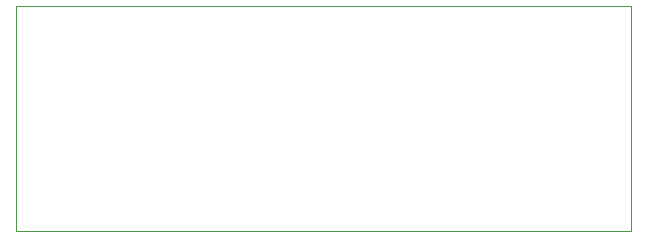
<source format=gbr>
G04 #@! TF.GenerationSoftware,KiCad,Pcbnew,(5.1.5)-3*
G04 #@! TF.CreationDate,2020-01-11T16:24:58-08:00*
G04 #@! TF.ProjectId,frame_corners,6672616d-655f-4636-9f72-6e6572732e6b,rev?*
G04 #@! TF.SameCoordinates,PXe8fce300PYe19b7798*
G04 #@! TF.FileFunction,Profile,NP*
%FSLAX46Y46*%
G04 Gerber Fmt 4.6, Leading zero omitted, Abs format (unit mm)*
G04 Created by KiCad (PCBNEW (5.1.5)-3) date 2020-01-11 16:24:58*
%MOMM*%
%LPD*%
G04 APERTURE LIST*
%ADD10C,0.050000*%
G04 APERTURE END LIST*
D10*
X0Y0D02*
X0Y19050000D01*
X52070000Y0D02*
X0Y0D01*
X52070000Y19050000D02*
X52070000Y0D01*
X0Y19050000D02*
X52070000Y19050000D01*
M02*

</source>
